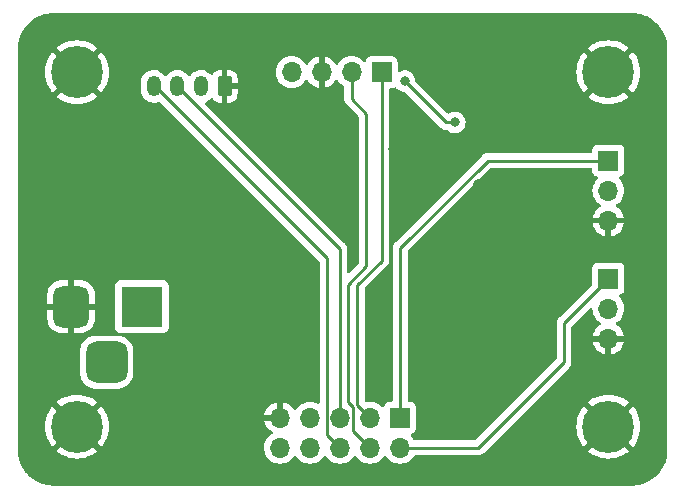
<source format=gbr>
%TF.GenerationSoftware,KiCad,Pcbnew,7.0.2-0*%
%TF.CreationDate,2023-10-31T10:36:30-04:00*%
%TF.ProjectId,WiringHarness,57697269-6e67-4486-9172-6e6573732e6b,rev?*%
%TF.SameCoordinates,Original*%
%TF.FileFunction,Copper,L2,Bot*%
%TF.FilePolarity,Positive*%
%FSLAX46Y46*%
G04 Gerber Fmt 4.6, Leading zero omitted, Abs format (unit mm)*
G04 Created by KiCad (PCBNEW 7.0.2-0) date 2023-10-31 10:36:30*
%MOMM*%
%LPD*%
G01*
G04 APERTURE LIST*
G04 Aperture macros list*
%AMRoundRect*
0 Rectangle with rounded corners*
0 $1 Rounding radius*
0 $2 $3 $4 $5 $6 $7 $8 $9 X,Y pos of 4 corners*
0 Add a 4 corners polygon primitive as box body*
4,1,4,$2,$3,$4,$5,$6,$7,$8,$9,$2,$3,0*
0 Add four circle primitives for the rounded corners*
1,1,$1+$1,$2,$3*
1,1,$1+$1,$4,$5*
1,1,$1+$1,$6,$7*
1,1,$1+$1,$8,$9*
0 Add four rect primitives between the rounded corners*
20,1,$1+$1,$2,$3,$4,$5,0*
20,1,$1+$1,$4,$5,$6,$7,0*
20,1,$1+$1,$6,$7,$8,$9,0*
20,1,$1+$1,$8,$9,$2,$3,0*%
G04 Aperture macros list end*
%TA.AperFunction,ComponentPad*%
%ADD10RoundRect,0.250000X0.350000X0.625000X-0.350000X0.625000X-0.350000X-0.625000X0.350000X-0.625000X0*%
%TD*%
%TA.AperFunction,ComponentPad*%
%ADD11O,1.200000X1.750000*%
%TD*%
%TA.AperFunction,ComponentPad*%
%ADD12R,1.700000X1.700000*%
%TD*%
%TA.AperFunction,ComponentPad*%
%ADD13O,1.700000X1.700000*%
%TD*%
%TA.AperFunction,ComponentPad*%
%ADD14C,4.400000*%
%TD*%
%TA.AperFunction,ComponentPad*%
%ADD15R,3.500000X3.500000*%
%TD*%
%TA.AperFunction,ComponentPad*%
%ADD16RoundRect,0.750000X-0.750000X-1.000000X0.750000X-1.000000X0.750000X1.000000X-0.750000X1.000000X0*%
%TD*%
%TA.AperFunction,ComponentPad*%
%ADD17RoundRect,0.875000X-0.875000X-0.875000X0.875000X-0.875000X0.875000X0.875000X-0.875000X0.875000X0*%
%TD*%
%TA.AperFunction,ViaPad*%
%ADD18C,0.800000*%
%TD*%
%TA.AperFunction,Conductor*%
%ADD19C,0.254000*%
%TD*%
G04 APERTURE END LIST*
D10*
%TO.P,J7,1,Pin_1*%
%TO.N,GND*%
X144500000Y-81950000D03*
D11*
%TO.P,J7,2,Pin_2*%
%TO.N,/IIC5V*%
X142500000Y-81950000D03*
%TO.P,J7,3,Pin_3*%
%TO.N,/D0*%
X140500000Y-81950000D03*
%TO.P,J7,4,Pin_4*%
%TO.N,/D1*%
X138500000Y-81950000D03*
%TD*%
D12*
%TO.P,J4,1,Pin_1*%
%TO.N,/ServoX*%
X159370000Y-110000000D03*
D13*
%TO.P,J4,2,Pin_2*%
%TO.N,/ServoY*%
X159370000Y-112540000D03*
%TO.P,J4,3,Pin_3*%
%TO.N,/SCL*%
X156830000Y-110000000D03*
%TO.P,J4,4,Pin_4*%
%TO.N,/SDA*%
X156830000Y-112540000D03*
%TO.P,J4,5,Pin_5*%
%TO.N,/D0*%
X154290000Y-110000000D03*
%TO.P,J4,6,Pin_6*%
%TO.N,/D1*%
X154290000Y-112540000D03*
%TO.P,J4,7,Pin_7*%
%TO.N,/Vsys*%
X151750000Y-110000000D03*
%TO.P,J4,8,Pin_8*%
%TO.N,unconnected-(J4-Pin_8-Pad8)*%
X151750000Y-112540000D03*
%TO.P,J4,9,Pin_9*%
%TO.N,GND*%
X149210000Y-110000000D03*
%TO.P,J4,10,Pin_10*%
%TO.N,unconnected-(J4-Pin_10-Pad10)*%
X149210000Y-112540000D03*
%TD*%
D12*
%TO.P,J3,1,Pin_1*%
%TO.N,/ServoY*%
X177000000Y-98225000D03*
D13*
%TO.P,J3,2,Pin_2*%
%TO.N,/VoutServo*%
X177000000Y-100765000D03*
%TO.P,J3,3,Pin_3*%
%TO.N,GND*%
X177000000Y-103305000D03*
%TD*%
D12*
%TO.P,J5,1,Pin_1*%
%TO.N,/SCL*%
X157800000Y-80750000D03*
D13*
%TO.P,J5,2,Pin_2*%
%TO.N,/SDA*%
X155260000Y-80750000D03*
%TO.P,J5,3,Pin_3*%
%TO.N,GND*%
X152720000Y-80750000D03*
%TO.P,J5,4,Pin_4*%
%TO.N,Net-(J5-Pin_4)*%
X150180000Y-80750000D03*
%TD*%
D14*
%TO.P,H2,1,1*%
%TO.N,GND*%
X177000000Y-110750000D03*
%TD*%
%TO.P,H5,1,1*%
%TO.N,GND*%
X132000000Y-80750000D03*
%TD*%
%TO.P,H3,1,1*%
%TO.N,GND*%
X132000000Y-110750000D03*
%TD*%
D12*
%TO.P,J2,1,Pin_1*%
%TO.N,/ServoX*%
X177000000Y-88225000D03*
D13*
%TO.P,J2,2,Pin_2*%
%TO.N,/VoutServo*%
X177000000Y-90765000D03*
%TO.P,J2,3,Pin_3*%
%TO.N,GND*%
X177000000Y-93305000D03*
%TD*%
D15*
%TO.P,J1,1*%
%TO.N,Net-(D1-A)*%
X137512000Y-100592500D03*
D16*
%TO.P,J1,2*%
%TO.N,GND*%
X131512000Y-100592500D03*
D17*
%TO.P,J1,3*%
%TO.N,N/C*%
X134512000Y-105292500D03*
%TD*%
D14*
%TO.P,H1,1,1*%
%TO.N,GND*%
X177000000Y-80750000D03*
%TD*%
D18*
%TO.N,GND*%
X166000000Y-90250000D03*
X167000000Y-90250000D03*
X147250000Y-94500000D03*
X141750000Y-112475000D03*
X159750000Y-87250000D03*
X158750000Y-87250000D03*
X148250000Y-94500000D03*
X169750000Y-78500000D03*
X139500000Y-112475000D03*
X168000000Y-105250000D03*
X161000000Y-100750000D03*
%TO.N,/IIC3V*%
X164000000Y-85000000D03*
X159750000Y-81500000D03*
%TD*%
D19*
%TO.N,/SCL*%
X157800000Y-80750000D02*
X157800000Y-96700000D01*
X156830000Y-110000000D02*
X155750000Y-108920000D01*
X155750000Y-108920000D02*
X155750000Y-98750000D01*
X157800000Y-96700000D02*
X155750000Y-98750000D01*
%TO.N,/SDA*%
X154946937Y-108655047D02*
X154946937Y-98750000D01*
X156830000Y-112540000D02*
X155394000Y-111104000D01*
X155394000Y-109102110D02*
X154946937Y-108655047D01*
X155260000Y-80750000D02*
X155260000Y-83010000D01*
X155260000Y-83010000D02*
X156500000Y-84250000D01*
X156500000Y-84250000D02*
X156500000Y-97196937D01*
X156500000Y-97196937D02*
X154946937Y-98750000D01*
X155394000Y-111104000D02*
X155394000Y-109102110D01*
%TO.N,/ServoX*%
X166775000Y-88225000D02*
X159370000Y-95630000D01*
X159370000Y-95630000D02*
X159370000Y-110000000D01*
X177000000Y-88225000D02*
X166775000Y-88225000D01*
%TO.N,/ServoY*%
X173250000Y-101975000D02*
X177000000Y-98225000D01*
X165960000Y-112540000D02*
X173250000Y-105250000D01*
X173250000Y-105250000D02*
X173250000Y-101975000D01*
X159370000Y-112540000D02*
X165960000Y-112540000D01*
%TO.N,/D0*%
X154238998Y-109948998D02*
X154238998Y-95688998D01*
X154238998Y-95688998D02*
X140500000Y-81950000D01*
X154290000Y-110000000D02*
X154238998Y-109948998D01*
%TO.N,/D1*%
X153186000Y-111436000D02*
X153186000Y-96500000D01*
X154290000Y-112540000D02*
X153186000Y-111436000D01*
X138636000Y-81950000D02*
X153186000Y-96500000D01*
X138500000Y-81950000D02*
X138636000Y-81950000D01*
%TO.N,/IIC3V*%
X159750000Y-81500000D02*
X163250000Y-85000000D01*
X163250000Y-85000000D02*
X164000000Y-85000000D01*
%TD*%
%TA.AperFunction,Conductor*%
%TO.N,GND*%
G36*
X179003243Y-75750669D02*
G01*
X179133628Y-75757503D01*
X179313910Y-75767628D01*
X179326309Y-75768955D01*
X179475647Y-75792608D01*
X179635321Y-75819737D01*
X179646619Y-75822205D01*
X179796693Y-75862418D01*
X179949188Y-75906351D01*
X179959253Y-75909726D01*
X180104710Y-75965562D01*
X180107599Y-75966714D01*
X180251768Y-76026430D01*
X180260594Y-76030500D01*
X180400064Y-76101565D01*
X180403748Y-76103521D01*
X180493848Y-76153316D01*
X180539548Y-76178574D01*
X180547061Y-76183081D01*
X180678754Y-76268604D01*
X180682947Y-76271452D01*
X180809147Y-76360996D01*
X180815428Y-76365759D01*
X180937567Y-76464665D01*
X180942158Y-76468571D01*
X181057424Y-76571579D01*
X181062478Y-76576358D01*
X181173640Y-76687520D01*
X181178419Y-76692574D01*
X181281427Y-76807840D01*
X181285333Y-76812431D01*
X181384239Y-76934570D01*
X181389002Y-76940851D01*
X181478546Y-77067051D01*
X181481409Y-77071266D01*
X181566907Y-77202921D01*
X181571430Y-77210460D01*
X181646477Y-77346250D01*
X181648433Y-77349934D01*
X181719498Y-77489404D01*
X181723575Y-77498247D01*
X181783259Y-77642337D01*
X181784462Y-77645353D01*
X181840265Y-77790727D01*
X181843655Y-77800836D01*
X181887579Y-77953297D01*
X181927793Y-78103379D01*
X181930262Y-78114685D01*
X181957394Y-78274369D01*
X181981040Y-78423670D01*
X181982371Y-78436108D01*
X181992509Y-78616617D01*
X181999330Y-78746756D01*
X181999500Y-78753246D01*
X181999500Y-112746753D01*
X181999330Y-112753243D01*
X181992509Y-112883382D01*
X181982372Y-113063887D01*
X181981040Y-113076331D01*
X181957394Y-113225629D01*
X181930263Y-113385308D01*
X181927791Y-113396624D01*
X181887579Y-113546701D01*
X181843653Y-113699170D01*
X181840268Y-113709263D01*
X181784462Y-113854645D01*
X181783259Y-113857661D01*
X181723575Y-114001751D01*
X181719498Y-114010594D01*
X181648433Y-114150064D01*
X181646477Y-114153748D01*
X181571430Y-114289538D01*
X181566897Y-114297094D01*
X181481412Y-114428728D01*
X181478546Y-114432947D01*
X181389002Y-114559147D01*
X181384239Y-114565428D01*
X181285333Y-114687567D01*
X181281427Y-114692158D01*
X181178419Y-114807424D01*
X181173640Y-114812478D01*
X181062478Y-114923640D01*
X181057424Y-114928419D01*
X180942158Y-115031427D01*
X180937567Y-115035333D01*
X180815428Y-115134239D01*
X180809147Y-115139002D01*
X180682947Y-115228546D01*
X180678728Y-115231412D01*
X180547094Y-115316897D01*
X180539538Y-115321430D01*
X180403748Y-115396477D01*
X180400064Y-115398433D01*
X180260594Y-115469498D01*
X180251751Y-115473575D01*
X180107661Y-115533259D01*
X180104645Y-115534462D01*
X179959271Y-115590265D01*
X179949162Y-115593655D01*
X179796702Y-115637579D01*
X179646619Y-115677793D01*
X179635313Y-115680262D01*
X179475630Y-115707394D01*
X179326328Y-115731040D01*
X179313890Y-115732371D01*
X179133382Y-115742509D01*
X179003244Y-115749330D01*
X178996754Y-115749500D01*
X130003247Y-115749500D01*
X129996757Y-115749330D01*
X129866617Y-115742509D01*
X129686111Y-115732372D01*
X129673666Y-115731040D01*
X129524369Y-115707394D01*
X129364690Y-115680263D01*
X129353374Y-115677791D01*
X129203298Y-115637579D01*
X129050828Y-115593653D01*
X129040735Y-115590268D01*
X128895353Y-115534462D01*
X128892337Y-115533259D01*
X128748247Y-115473575D01*
X128739404Y-115469498D01*
X128599934Y-115398433D01*
X128596250Y-115396477D01*
X128460460Y-115321430D01*
X128452921Y-115316907D01*
X128321266Y-115231409D01*
X128317051Y-115228546D01*
X128190851Y-115139002D01*
X128184570Y-115134239D01*
X128062431Y-115035333D01*
X128057840Y-115031427D01*
X127942574Y-114928419D01*
X127937520Y-114923640D01*
X127826358Y-114812478D01*
X127821579Y-114807424D01*
X127718571Y-114692158D01*
X127714665Y-114687567D01*
X127615759Y-114565428D01*
X127610996Y-114559147D01*
X127521452Y-114432947D01*
X127518604Y-114428754D01*
X127433081Y-114297061D01*
X127428568Y-114289538D01*
X127353521Y-114153748D01*
X127351565Y-114150064D01*
X127280500Y-114010594D01*
X127276430Y-114001768D01*
X127216714Y-113857599D01*
X127215562Y-113854710D01*
X127159729Y-113709260D01*
X127156346Y-113699170D01*
X127112414Y-113546679D01*
X127107316Y-113527652D01*
X127072202Y-113396605D01*
X127069738Y-113385323D01*
X127042601Y-113225606D01*
X127041773Y-113220376D01*
X127018956Y-113076316D01*
X127017627Y-113063890D01*
X127012807Y-112978054D01*
X127007490Y-112883382D01*
X127000669Y-112753243D01*
X127000500Y-112746755D01*
X127000500Y-110753736D01*
X129295290Y-110753736D01*
X129314560Y-111072302D01*
X129315462Y-111079732D01*
X129372990Y-111393651D01*
X129374778Y-111400907D01*
X129469729Y-111705613D01*
X129472374Y-111712589D01*
X129603362Y-112003631D01*
X129606836Y-112010251D01*
X129771945Y-112283373D01*
X129776191Y-112289525D01*
X129921477Y-112474968D01*
X131064210Y-111332234D01*
X131164894Y-111473624D01*
X131316932Y-111618592D01*
X131419222Y-111684330D01*
X130275030Y-112828521D01*
X130275030Y-112828522D01*
X130460474Y-112973808D01*
X130466626Y-112978054D01*
X130739748Y-113143163D01*
X130746368Y-113146637D01*
X131037410Y-113277625D01*
X131044386Y-113280270D01*
X131349092Y-113375221D01*
X131356348Y-113377009D01*
X131670267Y-113434537D01*
X131677697Y-113435439D01*
X131996264Y-113454709D01*
X132003736Y-113454709D01*
X132322302Y-113435439D01*
X132329732Y-113434537D01*
X132643651Y-113377009D01*
X132650907Y-113375221D01*
X132955613Y-113280270D01*
X132962589Y-113277625D01*
X133253631Y-113146637D01*
X133260251Y-113143163D01*
X133533369Y-112978057D01*
X133539524Y-112973808D01*
X133724968Y-112828522D01*
X133724968Y-112828521D01*
X132583306Y-111686859D01*
X132597410Y-111679589D01*
X132762540Y-111549729D01*
X132900110Y-111390965D01*
X132934665Y-111331113D01*
X134078521Y-112474968D01*
X134078522Y-112474968D01*
X134223808Y-112289524D01*
X134228057Y-112283369D01*
X134393163Y-112010251D01*
X134396637Y-112003631D01*
X134527625Y-111712589D01*
X134530270Y-111705613D01*
X134625221Y-111400907D01*
X134627009Y-111393651D01*
X134684537Y-111079732D01*
X134685439Y-111072302D01*
X134704709Y-110753736D01*
X134704709Y-110746263D01*
X134685439Y-110427697D01*
X134684537Y-110420267D01*
X134627009Y-110106348D01*
X134625221Y-110099092D01*
X134530270Y-109794386D01*
X134527625Y-109787410D01*
X134396637Y-109496368D01*
X134393163Y-109489748D01*
X134228054Y-109216626D01*
X134223808Y-109210474D01*
X134078521Y-109025030D01*
X132935787Y-110167763D01*
X132835106Y-110026376D01*
X132683068Y-109881408D01*
X132580777Y-109815669D01*
X133724968Y-108671477D01*
X133724968Y-108671476D01*
X133539525Y-108526191D01*
X133533373Y-108521945D01*
X133260251Y-108356836D01*
X133253631Y-108353362D01*
X132962589Y-108222374D01*
X132955613Y-108219729D01*
X132650907Y-108124778D01*
X132643651Y-108122990D01*
X132329732Y-108065462D01*
X132322302Y-108064560D01*
X132003736Y-108045291D01*
X131996264Y-108045291D01*
X131677697Y-108064560D01*
X131670267Y-108065462D01*
X131356348Y-108122990D01*
X131349092Y-108124778D01*
X131044386Y-108219729D01*
X131037410Y-108222374D01*
X130746368Y-108353362D01*
X130739748Y-108356836D01*
X130466626Y-108521945D01*
X130460474Y-108526191D01*
X130275030Y-108671476D01*
X130275030Y-108671477D01*
X131416693Y-109813140D01*
X131402590Y-109820411D01*
X131237460Y-109950271D01*
X131099890Y-110109035D01*
X131065334Y-110168886D01*
X129921477Y-109025030D01*
X129921476Y-109025030D01*
X129776191Y-109210474D01*
X129771945Y-109216626D01*
X129606836Y-109489748D01*
X129603362Y-109496368D01*
X129472374Y-109787410D01*
X129469729Y-109794386D01*
X129374778Y-110099092D01*
X129372990Y-110106348D01*
X129315462Y-110420267D01*
X129314560Y-110427697D01*
X129295290Y-110746263D01*
X129295290Y-110753736D01*
X127000500Y-110753736D01*
X127000500Y-106261122D01*
X132261500Y-106261122D01*
X132261586Y-106262747D01*
X132261587Y-106262772D01*
X132264067Y-106309459D01*
X132264067Y-106309466D01*
X132264295Y-106313741D01*
X132308755Y-106543626D01*
X132391426Y-106762690D01*
X132509930Y-106964632D01*
X132660858Y-107143642D01*
X132839868Y-107294570D01*
X133041810Y-107413074D01*
X133260874Y-107495745D01*
X133490759Y-107540205D01*
X133543378Y-107543000D01*
X133545022Y-107543000D01*
X135478978Y-107543000D01*
X135480622Y-107543000D01*
X135533241Y-107540205D01*
X135763126Y-107495745D01*
X135982190Y-107413074D01*
X136184132Y-107294570D01*
X136363142Y-107143642D01*
X136514070Y-106964632D01*
X136632574Y-106762690D01*
X136715245Y-106543626D01*
X136759705Y-106313741D01*
X136762500Y-106261122D01*
X136762500Y-104323878D01*
X136759705Y-104271259D01*
X136715245Y-104041374D01*
X136632574Y-103822310D01*
X136514070Y-103620368D01*
X136363142Y-103441358D01*
X136184132Y-103290430D01*
X135982190Y-103171926D01*
X135763126Y-103089255D01*
X135763121Y-103089254D01*
X135760475Y-103088742D01*
X135756974Y-103086934D01*
X135753251Y-103085529D01*
X135753414Y-103085095D01*
X135698395Y-103056682D01*
X135663503Y-102996148D01*
X135666876Y-102926360D01*
X135707445Y-102869475D01*
X135772328Y-102843552D01*
X135784007Y-102842999D01*
X139309872Y-102842999D01*
X139369483Y-102836591D01*
X139504331Y-102786296D01*
X139619546Y-102700046D01*
X139705796Y-102584831D01*
X139756091Y-102449983D01*
X139762500Y-102390373D01*
X139762499Y-98794628D01*
X139756091Y-98735017D01*
X139705796Y-98600169D01*
X139619546Y-98484954D01*
X139504331Y-98398704D01*
X139369483Y-98348409D01*
X139369483Y-98348408D01*
X139313166Y-98342354D01*
X139313165Y-98342353D01*
X139309873Y-98342000D01*
X139306550Y-98342000D01*
X135717439Y-98342000D01*
X135717420Y-98342000D01*
X135714128Y-98342001D01*
X135710848Y-98342353D01*
X135710840Y-98342354D01*
X135654515Y-98348409D01*
X135519669Y-98398704D01*
X135404454Y-98484954D01*
X135318204Y-98600168D01*
X135267909Y-98735016D01*
X135262195Y-98788167D01*
X135261500Y-98794627D01*
X135261500Y-98797948D01*
X135261500Y-98797949D01*
X135261500Y-102387060D01*
X135261500Y-102387078D01*
X135261501Y-102390372D01*
X135267909Y-102449983D01*
X135318204Y-102584831D01*
X135404454Y-102700046D01*
X135519669Y-102786296D01*
X135566940Y-102803927D01*
X135622873Y-102845796D01*
X135647291Y-102911261D01*
X135632440Y-102979534D01*
X135583035Y-103028940D01*
X135517033Y-103043934D01*
X135482242Y-103042086D01*
X135482240Y-103042085D01*
X135480622Y-103042000D01*
X133543378Y-103042000D01*
X133541753Y-103042086D01*
X133541727Y-103042087D01*
X133495040Y-103044567D01*
X133495031Y-103044568D01*
X133490759Y-103044795D01*
X133486561Y-103045606D01*
X133486552Y-103045608D01*
X133260877Y-103089254D01*
X133260874Y-103089254D01*
X133260874Y-103089255D01*
X133151341Y-103130590D01*
X133041807Y-103171927D01*
X132839868Y-103290430D01*
X132660858Y-103441358D01*
X132509930Y-103620368D01*
X132391427Y-103822307D01*
X132308754Y-104041377D01*
X132265108Y-104267052D01*
X132265106Y-104267061D01*
X132264295Y-104271259D01*
X132264068Y-104275531D01*
X132264067Y-104275540D01*
X132261587Y-104322227D01*
X132261586Y-104322253D01*
X132261500Y-104323878D01*
X132261500Y-106261122D01*
X127000500Y-106261122D01*
X127000500Y-100342500D01*
X129512000Y-100342500D01*
X131012000Y-100342500D01*
X131012000Y-100842500D01*
X129512001Y-100842500D01*
X129512001Y-101654244D01*
X129512192Y-101659125D01*
X129522400Y-101788831D01*
X129577377Y-102007018D01*
X129670430Y-102211879D01*
X129798565Y-102396832D01*
X129957667Y-102555934D01*
X130142620Y-102684069D01*
X130347481Y-102777122D01*
X130565668Y-102832099D01*
X130695374Y-102842308D01*
X130700254Y-102842499D01*
X131261999Y-102842499D01*
X131262000Y-102842498D01*
X131262000Y-102026186D01*
X131302156Y-102051993D01*
X131440111Y-102092500D01*
X131583889Y-102092500D01*
X131721844Y-102051993D01*
X131762000Y-102026186D01*
X131762000Y-102842499D01*
X132323744Y-102842499D01*
X132328625Y-102842307D01*
X132458331Y-102832099D01*
X132676518Y-102777122D01*
X132881379Y-102684069D01*
X133066332Y-102555934D01*
X133225434Y-102396832D01*
X133353569Y-102211879D01*
X133446622Y-102007018D01*
X133501599Y-101788831D01*
X133511808Y-101659125D01*
X133512000Y-101654245D01*
X133512000Y-100842500D01*
X132012000Y-100842500D01*
X132012000Y-100342500D01*
X133511999Y-100342500D01*
X133511999Y-99530755D01*
X133511807Y-99525874D01*
X133501599Y-99396168D01*
X133446622Y-99177981D01*
X133353569Y-98973120D01*
X133225434Y-98788167D01*
X133066332Y-98629065D01*
X132881379Y-98500930D01*
X132676518Y-98407877D01*
X132458331Y-98352900D01*
X132328625Y-98342691D01*
X132323746Y-98342500D01*
X131762000Y-98342500D01*
X131762000Y-99158813D01*
X131721844Y-99133007D01*
X131583889Y-99092500D01*
X131440111Y-99092500D01*
X131302156Y-99133007D01*
X131261999Y-99158813D01*
X131261999Y-98342500D01*
X130700255Y-98342500D01*
X130695374Y-98342692D01*
X130565668Y-98352900D01*
X130347481Y-98407877D01*
X130142620Y-98500930D01*
X129957667Y-98629065D01*
X129798565Y-98788167D01*
X129670430Y-98973120D01*
X129577377Y-99177981D01*
X129522400Y-99396168D01*
X129512191Y-99525874D01*
X129512000Y-99530754D01*
X129512000Y-100342500D01*
X127000500Y-100342500D01*
X127000500Y-80753736D01*
X129295290Y-80753736D01*
X129314560Y-81072302D01*
X129315462Y-81079732D01*
X129372990Y-81393651D01*
X129374778Y-81400907D01*
X129469729Y-81705613D01*
X129472374Y-81712589D01*
X129603362Y-82003631D01*
X129606836Y-82010251D01*
X129771945Y-82283373D01*
X129776191Y-82289525D01*
X129921477Y-82474968D01*
X131064211Y-81332235D01*
X131164894Y-81473624D01*
X131316932Y-81618592D01*
X131419222Y-81684330D01*
X130275030Y-82828521D01*
X130275030Y-82828522D01*
X130460474Y-82973808D01*
X130466626Y-82978054D01*
X130739748Y-83143163D01*
X130746368Y-83146637D01*
X131037410Y-83277625D01*
X131044386Y-83280270D01*
X131349092Y-83375221D01*
X131356348Y-83377009D01*
X131670267Y-83434537D01*
X131677697Y-83435439D01*
X131996264Y-83454709D01*
X132003736Y-83454709D01*
X132322302Y-83435439D01*
X132329732Y-83434537D01*
X132643651Y-83377009D01*
X132650907Y-83375221D01*
X132955613Y-83280270D01*
X132962589Y-83277625D01*
X133253631Y-83146637D01*
X133260251Y-83143163D01*
X133533369Y-82978057D01*
X133539524Y-82973808D01*
X133724968Y-82828522D01*
X133724968Y-82828521D01*
X132583306Y-81686859D01*
X132597410Y-81679589D01*
X132762540Y-81549729D01*
X132900110Y-81390965D01*
X132934665Y-81331112D01*
X134078521Y-82474968D01*
X134078522Y-82474968D01*
X134223808Y-82289524D01*
X134228057Y-82283369D01*
X134231650Y-82277425D01*
X137399500Y-82277425D01*
X137399779Y-82280355D01*
X137399781Y-82280380D01*
X137414471Y-82434215D01*
X137473683Y-82635873D01*
X137569990Y-82822684D01*
X137692146Y-82978016D01*
X137699908Y-82987886D01*
X137736807Y-83019859D01*
X137858745Y-83125520D01*
X138020827Y-83219098D01*
X138040756Y-83230604D01*
X138089675Y-83247535D01*
X138239366Y-83299344D01*
X138274298Y-83304366D01*
X138447398Y-83329254D01*
X138657330Y-83319254D01*
X138861576Y-83269704D01*
X138925167Y-83240662D01*
X138994321Y-83230719D01*
X139057877Y-83259743D01*
X139064357Y-83265776D01*
X152522181Y-96723600D01*
X152555666Y-96784923D01*
X152558500Y-96811281D01*
X152558500Y-108692256D01*
X152538815Y-108759295D01*
X152486011Y-108805050D01*
X152416853Y-108814994D01*
X152382096Y-108804638D01*
X152213665Y-108726097D01*
X151985407Y-108664936D01*
X151750000Y-108644340D01*
X151514592Y-108664936D01*
X151286336Y-108726097D01*
X151072170Y-108825965D01*
X150878598Y-108961505D01*
X150711508Y-109128595D01*
X150581269Y-109314596D01*
X150526692Y-109358220D01*
X150457193Y-109365413D01*
X150394839Y-109333891D01*
X150378119Y-109314595D01*
X150248109Y-109128921D01*
X150081081Y-108961893D01*
X149887576Y-108826399D01*
X149673492Y-108726569D01*
X149460000Y-108669364D01*
X149460000Y-109564498D01*
X149352315Y-109515320D01*
X149245763Y-109500000D01*
X149174237Y-109500000D01*
X149067685Y-109515320D01*
X148960000Y-109564498D01*
X148960000Y-108669364D01*
X148959999Y-108669364D01*
X148746507Y-108726569D01*
X148532421Y-108826400D01*
X148338921Y-108961890D01*
X148171890Y-109128921D01*
X148036400Y-109322421D01*
X147936569Y-109536507D01*
X147879364Y-109749999D01*
X147879364Y-109750000D01*
X148776314Y-109750000D01*
X148750507Y-109790156D01*
X148710000Y-109928111D01*
X148710000Y-110071889D01*
X148750507Y-110209844D01*
X148776314Y-110250000D01*
X147879364Y-110250000D01*
X147936569Y-110463492D01*
X148036399Y-110677576D01*
X148171893Y-110871081D01*
X148338918Y-111038106D01*
X148524595Y-111168119D01*
X148568219Y-111222696D01*
X148575412Y-111292195D01*
X148543890Y-111354549D01*
X148524595Y-111371269D01*
X148338595Y-111501508D01*
X148171505Y-111668598D01*
X148035965Y-111862170D01*
X147936097Y-112076336D01*
X147874936Y-112304592D01*
X147854340Y-112539999D01*
X147874936Y-112775407D01*
X147919709Y-112942501D01*
X147936097Y-113003663D01*
X148035965Y-113217830D01*
X148171505Y-113411401D01*
X148338599Y-113578495D01*
X148532170Y-113714035D01*
X148746337Y-113813903D01*
X148974592Y-113875063D01*
X149210000Y-113895659D01*
X149445408Y-113875063D01*
X149673663Y-113813903D01*
X149887830Y-113714035D01*
X150081401Y-113578495D01*
X150248495Y-113411401D01*
X150378426Y-113225839D01*
X150433002Y-113182216D01*
X150502500Y-113175022D01*
X150564855Y-113206545D01*
X150581571Y-113225837D01*
X150711505Y-113411401D01*
X150878599Y-113578495D01*
X151072170Y-113714035D01*
X151286337Y-113813903D01*
X151514591Y-113875063D01*
X151514592Y-113875063D01*
X151749999Y-113895659D01*
X151749999Y-113895658D01*
X151750000Y-113895659D01*
X151985408Y-113875063D01*
X152213663Y-113813903D01*
X152427830Y-113714035D01*
X152621401Y-113578495D01*
X152788495Y-113411401D01*
X152918427Y-113225838D01*
X152973001Y-113182216D01*
X153042499Y-113175022D01*
X153104854Y-113206545D01*
X153121572Y-113225838D01*
X153251505Y-113411401D01*
X153418599Y-113578495D01*
X153612170Y-113714035D01*
X153826337Y-113813903D01*
X154054592Y-113875063D01*
X154290000Y-113895659D01*
X154525408Y-113875063D01*
X154753663Y-113813903D01*
X154967830Y-113714035D01*
X155161401Y-113578495D01*
X155328495Y-113411401D01*
X155458426Y-113225839D01*
X155513002Y-113182216D01*
X155582500Y-113175022D01*
X155644855Y-113206545D01*
X155661571Y-113225837D01*
X155791505Y-113411401D01*
X155958599Y-113578495D01*
X156152170Y-113714035D01*
X156366337Y-113813903D01*
X156594592Y-113875063D01*
X156830000Y-113895659D01*
X157065408Y-113875063D01*
X157293663Y-113813903D01*
X157507830Y-113714035D01*
X157701401Y-113578495D01*
X157868495Y-113411401D01*
X157998427Y-113225838D01*
X158053001Y-113182216D01*
X158122499Y-113175022D01*
X158184854Y-113206545D01*
X158201572Y-113225838D01*
X158331505Y-113411401D01*
X158498599Y-113578495D01*
X158692170Y-113714035D01*
X158906337Y-113813903D01*
X159134592Y-113875063D01*
X159370000Y-113895659D01*
X159605408Y-113875063D01*
X159833663Y-113813903D01*
X160047830Y-113714035D01*
X160241401Y-113578495D01*
X160408495Y-113411401D01*
X160542252Y-113220375D01*
X160596829Y-113176751D01*
X160643827Y-113167500D01*
X165877034Y-113167500D01*
X165897601Y-113169770D01*
X165900475Y-113169679D01*
X165900477Y-113169680D01*
X165967918Y-113167561D01*
X165971813Y-113167500D01*
X165995574Y-113167500D01*
X165999476Y-113167500D01*
X166003482Y-113166993D01*
X166015113Y-113166077D01*
X166058943Y-113164701D01*
X166078280Y-113159082D01*
X166097321Y-113155138D01*
X166117293Y-113152616D01*
X166158055Y-113136476D01*
X166169092Y-113132698D01*
X166211191Y-113120468D01*
X166228510Y-113110224D01*
X166245994Y-113101659D01*
X166264703Y-113094253D01*
X166300168Y-113068485D01*
X166309915Y-113062081D01*
X166347656Y-113039763D01*
X166361892Y-113025526D01*
X166376679Y-113012896D01*
X166392967Y-113001063D01*
X166420904Y-112967290D01*
X166428756Y-112958661D01*
X168633681Y-110753736D01*
X174295291Y-110753736D01*
X174314560Y-111072302D01*
X174315462Y-111079732D01*
X174372990Y-111393651D01*
X174374778Y-111400907D01*
X174469729Y-111705613D01*
X174472374Y-111712589D01*
X174603362Y-112003631D01*
X174606836Y-112010251D01*
X174771945Y-112283373D01*
X174776191Y-112289525D01*
X174921477Y-112474968D01*
X176064210Y-111332234D01*
X176164894Y-111473624D01*
X176316932Y-111618592D01*
X176419222Y-111684330D01*
X175275030Y-112828521D01*
X175275030Y-112828522D01*
X175460474Y-112973808D01*
X175466626Y-112978054D01*
X175739748Y-113143163D01*
X175746368Y-113146637D01*
X176037410Y-113277625D01*
X176044386Y-113280270D01*
X176349092Y-113375221D01*
X176356348Y-113377009D01*
X176670267Y-113434537D01*
X176677697Y-113435439D01*
X176996264Y-113454709D01*
X177003736Y-113454709D01*
X177322302Y-113435439D01*
X177329732Y-113434537D01*
X177643651Y-113377009D01*
X177650907Y-113375221D01*
X177955613Y-113280270D01*
X177962589Y-113277625D01*
X178253631Y-113146637D01*
X178260251Y-113143163D01*
X178533369Y-112978057D01*
X178539524Y-112973808D01*
X178724968Y-112828522D01*
X178724968Y-112828521D01*
X177583306Y-111686859D01*
X177597410Y-111679589D01*
X177762540Y-111549729D01*
X177900110Y-111390965D01*
X177934665Y-111331112D01*
X179078521Y-112474968D01*
X179078522Y-112474968D01*
X179223808Y-112289524D01*
X179228057Y-112283369D01*
X179393163Y-112010251D01*
X179396637Y-112003631D01*
X179527625Y-111712589D01*
X179530270Y-111705613D01*
X179625221Y-111400907D01*
X179627009Y-111393651D01*
X179684537Y-111079732D01*
X179685439Y-111072302D01*
X179704709Y-110753736D01*
X179704709Y-110746263D01*
X179685439Y-110427697D01*
X179684537Y-110420267D01*
X179627009Y-110106348D01*
X179625221Y-110099092D01*
X179530270Y-109794386D01*
X179527625Y-109787410D01*
X179396637Y-109496368D01*
X179393163Y-109489748D01*
X179228054Y-109216626D01*
X179223808Y-109210474D01*
X179078521Y-109025030D01*
X177935788Y-110167763D01*
X177835106Y-110026376D01*
X177683068Y-109881408D01*
X177580777Y-109815669D01*
X178724968Y-108671477D01*
X178724968Y-108671476D01*
X178539525Y-108526191D01*
X178533373Y-108521945D01*
X178260251Y-108356836D01*
X178253631Y-108353362D01*
X177962589Y-108222374D01*
X177955613Y-108219729D01*
X177650907Y-108124778D01*
X177643651Y-108122990D01*
X177329732Y-108065462D01*
X177322302Y-108064560D01*
X177003736Y-108045291D01*
X176996264Y-108045291D01*
X176677697Y-108064560D01*
X176670267Y-108065462D01*
X176356348Y-108122990D01*
X176349092Y-108124778D01*
X176044386Y-108219729D01*
X176037410Y-108222374D01*
X175746368Y-108353362D01*
X175739748Y-108356836D01*
X175466626Y-108521945D01*
X175460474Y-108526191D01*
X175275030Y-108671476D01*
X175275030Y-108671477D01*
X176416693Y-109813140D01*
X176402590Y-109820411D01*
X176237460Y-109950271D01*
X176099890Y-110109035D01*
X176065334Y-110168887D01*
X174921477Y-109025030D01*
X174921476Y-109025030D01*
X174776191Y-109210474D01*
X174771945Y-109216626D01*
X174606836Y-109489748D01*
X174603362Y-109496368D01*
X174472374Y-109787410D01*
X174469729Y-109794386D01*
X174374778Y-110099092D01*
X174372990Y-110106348D01*
X174315462Y-110420267D01*
X174314560Y-110427697D01*
X174295291Y-110746263D01*
X174295291Y-110753736D01*
X168633681Y-110753736D01*
X173635044Y-105752373D01*
X173651190Y-105739439D01*
X173653159Y-105737341D01*
X173653162Y-105737340D01*
X173699384Y-105688117D01*
X173702001Y-105685416D01*
X173721623Y-105665796D01*
X173724086Y-105662619D01*
X173731684Y-105653720D01*
X173761693Y-105621767D01*
X173771392Y-105604122D01*
X173782071Y-105587864D01*
X173794408Y-105571962D01*
X173811815Y-105531734D01*
X173816951Y-105521251D01*
X173838072Y-105482834D01*
X173843077Y-105463340D01*
X173849383Y-105444923D01*
X173857373Y-105426460D01*
X173857372Y-105426460D01*
X173857374Y-105426458D01*
X173864231Y-105383155D01*
X173866596Y-105371736D01*
X173877500Y-105329272D01*
X173877500Y-105309141D01*
X173879027Y-105289742D01*
X173882175Y-105269867D01*
X173878050Y-105226230D01*
X173877500Y-105214561D01*
X173877500Y-102286280D01*
X173897185Y-102219241D01*
X173913814Y-102198604D01*
X175432422Y-100679995D01*
X175493743Y-100646512D01*
X175563435Y-100651496D01*
X175619368Y-100693368D01*
X175643629Y-100756870D01*
X175664936Y-101000407D01*
X175709709Y-101167501D01*
X175726097Y-101228663D01*
X175825965Y-101442830D01*
X175961505Y-101636401D01*
X176128599Y-101803495D01*
X176314596Y-101933732D01*
X176358219Y-101988307D01*
X176365412Y-102057806D01*
X176333890Y-102120160D01*
X176314595Y-102136880D01*
X176128919Y-102266892D01*
X175961890Y-102433921D01*
X175826400Y-102627421D01*
X175726569Y-102841507D01*
X175669364Y-103054999D01*
X175669364Y-103055000D01*
X176566314Y-103055000D01*
X176540507Y-103095156D01*
X176500000Y-103233111D01*
X176500000Y-103376889D01*
X176540507Y-103514844D01*
X176566314Y-103555000D01*
X175669364Y-103555000D01*
X175726569Y-103768492D01*
X175826399Y-103982576D01*
X175961893Y-104176081D01*
X176128918Y-104343106D01*
X176322423Y-104478600D01*
X176536509Y-104578430D01*
X176750000Y-104635634D01*
X176750000Y-103740501D01*
X176857685Y-103789680D01*
X176964237Y-103805000D01*
X177035763Y-103805000D01*
X177142315Y-103789680D01*
X177249999Y-103740501D01*
X177249999Y-104635633D01*
X177463490Y-104578430D01*
X177677576Y-104478600D01*
X177871081Y-104343106D01*
X178038106Y-104176081D01*
X178173600Y-103982576D01*
X178273430Y-103768492D01*
X178330636Y-103555000D01*
X177433686Y-103555000D01*
X177459493Y-103514844D01*
X177500000Y-103376889D01*
X177500000Y-103233111D01*
X177459493Y-103095156D01*
X177433686Y-103055000D01*
X178330636Y-103055000D01*
X178330635Y-103054999D01*
X178273430Y-102841507D01*
X178173599Y-102627421D01*
X178038109Y-102433921D01*
X177871081Y-102266893D01*
X177685404Y-102136880D01*
X177641780Y-102082303D01*
X177634587Y-102012804D01*
X177666109Y-101950450D01*
X177685399Y-101933734D01*
X177871401Y-101803495D01*
X178038495Y-101636401D01*
X178174035Y-101442830D01*
X178273903Y-101228663D01*
X178335063Y-101000408D01*
X178355659Y-100765000D01*
X178345728Y-100651496D01*
X178335063Y-100529592D01*
X178284932Y-100342499D01*
X178273903Y-100301337D01*
X178174035Y-100087171D01*
X178038495Y-99893599D01*
X177916569Y-99771673D01*
X177883084Y-99710350D01*
X177888068Y-99640658D01*
X177929940Y-99584725D01*
X177960915Y-99567810D01*
X178092331Y-99518796D01*
X178207546Y-99432546D01*
X178293796Y-99317331D01*
X178344091Y-99182483D01*
X178350500Y-99122873D01*
X178350499Y-97327128D01*
X178344091Y-97267517D01*
X178293796Y-97132669D01*
X178207546Y-97017454D01*
X178092331Y-96931204D01*
X177957483Y-96880909D01*
X177916103Y-96876460D01*
X177901166Y-96874854D01*
X177901165Y-96874853D01*
X177897873Y-96874500D01*
X177894550Y-96874500D01*
X176105439Y-96874500D01*
X176105420Y-96874500D01*
X176102128Y-96874501D01*
X176098848Y-96874853D01*
X176098840Y-96874854D01*
X176042515Y-96880909D01*
X175907669Y-96931204D01*
X175792454Y-97017454D01*
X175706204Y-97132668D01*
X175655910Y-97267515D01*
X175655909Y-97267517D01*
X175649500Y-97327127D01*
X175649500Y-97330449D01*
X175649500Y-98636718D01*
X175629815Y-98703757D01*
X175613181Y-98724399D01*
X172864954Y-101472625D01*
X172848806Y-101485563D01*
X172800646Y-101536847D01*
X172797941Y-101539639D01*
X172778377Y-101559204D01*
X172776003Y-101562264D01*
X172775984Y-101562286D01*
X172775879Y-101562423D01*
X172768317Y-101571274D01*
X172738306Y-101603233D01*
X172728606Y-101620877D01*
X172717928Y-101637133D01*
X172705592Y-101653036D01*
X172688185Y-101693262D01*
X172683047Y-101703750D01*
X172661927Y-101742166D01*
X172656919Y-101761670D01*
X172650619Y-101780069D01*
X172642625Y-101798542D01*
X172635769Y-101841831D01*
X172633401Y-101853267D01*
X172622500Y-101895727D01*
X172622500Y-101915858D01*
X172620973Y-101935256D01*
X172617825Y-101955131D01*
X172621950Y-101998767D01*
X172622500Y-102010437D01*
X172622500Y-104938718D01*
X172602815Y-105005757D01*
X172586181Y-105026399D01*
X165736400Y-111876181D01*
X165675077Y-111909666D01*
X165648719Y-111912500D01*
X160643826Y-111912500D01*
X160576787Y-111892815D01*
X160542251Y-111859623D01*
X160483593Y-111775850D01*
X160408495Y-111668599D01*
X160286569Y-111546673D01*
X160253084Y-111485350D01*
X160258068Y-111415658D01*
X160299940Y-111359725D01*
X160330915Y-111342810D01*
X160462331Y-111293796D01*
X160577546Y-111207546D01*
X160663796Y-111092331D01*
X160714091Y-110957483D01*
X160720500Y-110897873D01*
X160720499Y-109102128D01*
X160714091Y-109042517D01*
X160663796Y-108907669D01*
X160577546Y-108792454D01*
X160462331Y-108706204D01*
X160327483Y-108655909D01*
X160267873Y-108649500D01*
X160264551Y-108649500D01*
X160121500Y-108649500D01*
X160054461Y-108629815D01*
X160008706Y-108577011D01*
X159997500Y-108525500D01*
X159997500Y-95941280D01*
X160017185Y-95874241D01*
X160033814Y-95853604D01*
X166998600Y-88888818D01*
X167059923Y-88855334D01*
X167086281Y-88852500D01*
X175525501Y-88852500D01*
X175592540Y-88872185D01*
X175638295Y-88924989D01*
X175649501Y-88976500D01*
X175649501Y-89122872D01*
X175655909Y-89182483D01*
X175706204Y-89317331D01*
X175792454Y-89432546D01*
X175907669Y-89518796D01*
X176019907Y-89560658D01*
X176039082Y-89567810D01*
X176095016Y-89609681D01*
X176119433Y-89675146D01*
X176104581Y-89743419D01*
X176083431Y-89771673D01*
X175961503Y-89893601D01*
X175825965Y-90087170D01*
X175726097Y-90301336D01*
X175664936Y-90529592D01*
X175644340Y-90765000D01*
X175664936Y-91000407D01*
X175709709Y-91167502D01*
X175726097Y-91228663D01*
X175825965Y-91442830D01*
X175961505Y-91636401D01*
X176128599Y-91803495D01*
X176314596Y-91933732D01*
X176358219Y-91988307D01*
X176365412Y-92057806D01*
X176333890Y-92120160D01*
X176314595Y-92136880D01*
X176128919Y-92266892D01*
X175961890Y-92433921D01*
X175826400Y-92627421D01*
X175726569Y-92841507D01*
X175669364Y-93054999D01*
X175669364Y-93055000D01*
X176566314Y-93055000D01*
X176540507Y-93095156D01*
X176500000Y-93233111D01*
X176500000Y-93376889D01*
X176540507Y-93514844D01*
X176566314Y-93555000D01*
X175669364Y-93555000D01*
X175726569Y-93768492D01*
X175826399Y-93982576D01*
X175961893Y-94176081D01*
X176128918Y-94343106D01*
X176322423Y-94478600D01*
X176536509Y-94578430D01*
X176750000Y-94635634D01*
X176750000Y-93740501D01*
X176857685Y-93789680D01*
X176964237Y-93805000D01*
X177035763Y-93805000D01*
X177142315Y-93789680D01*
X177249999Y-93740501D01*
X177249999Y-94635633D01*
X177463490Y-94578430D01*
X177677576Y-94478600D01*
X177871081Y-94343106D01*
X178038106Y-94176081D01*
X178173600Y-93982576D01*
X178273430Y-93768492D01*
X178330636Y-93555000D01*
X177433686Y-93555000D01*
X177459493Y-93514844D01*
X177500000Y-93376889D01*
X177500000Y-93233111D01*
X177459493Y-93095156D01*
X177433686Y-93055000D01*
X178330636Y-93055000D01*
X178330635Y-93054999D01*
X178273430Y-92841507D01*
X178173599Y-92627421D01*
X178038109Y-92433921D01*
X177871081Y-92266893D01*
X177685404Y-92136880D01*
X177641780Y-92082303D01*
X177634587Y-92012804D01*
X177666109Y-91950450D01*
X177685399Y-91933734D01*
X177871401Y-91803495D01*
X178038495Y-91636401D01*
X178174035Y-91442830D01*
X178273903Y-91228663D01*
X178335063Y-91000408D01*
X178355659Y-90765000D01*
X178335063Y-90529592D01*
X178273903Y-90301337D01*
X178174035Y-90087171D01*
X178038495Y-89893599D01*
X177916569Y-89771673D01*
X177883084Y-89710350D01*
X177888068Y-89640658D01*
X177929940Y-89584725D01*
X177960915Y-89567810D01*
X178092331Y-89518796D01*
X178207546Y-89432546D01*
X178293796Y-89317331D01*
X178344091Y-89182483D01*
X178350500Y-89122873D01*
X178350499Y-87327128D01*
X178344091Y-87267517D01*
X178293796Y-87132669D01*
X178207546Y-87017454D01*
X178092331Y-86931204D01*
X177957483Y-86880909D01*
X177897873Y-86874500D01*
X177894550Y-86874500D01*
X176105439Y-86874500D01*
X176105420Y-86874500D01*
X176102128Y-86874501D01*
X176098848Y-86874853D01*
X176098840Y-86874854D01*
X176042515Y-86880909D01*
X175907669Y-86931204D01*
X175792454Y-87017454D01*
X175706204Y-87132668D01*
X175655910Y-87267515D01*
X175655909Y-87267517D01*
X175649500Y-87327127D01*
X175649500Y-87330449D01*
X175649500Y-87473500D01*
X175629815Y-87540539D01*
X175577011Y-87586294D01*
X175525500Y-87597500D01*
X166857966Y-87597500D01*
X166837403Y-87595229D01*
X166767095Y-87597439D01*
X166763200Y-87597500D01*
X166735524Y-87597500D01*
X166731652Y-87597988D01*
X166731635Y-87597990D01*
X166731493Y-87598008D01*
X166719874Y-87598922D01*
X166676057Y-87600299D01*
X166656724Y-87605916D01*
X166637679Y-87609860D01*
X166617707Y-87612383D01*
X166576954Y-87628518D01*
X166565907Y-87632300D01*
X166523804Y-87644532D01*
X166506476Y-87654780D01*
X166489009Y-87663337D01*
X166470298Y-87670745D01*
X166434837Y-87696509D01*
X166425077Y-87702920D01*
X166387345Y-87725235D01*
X166373107Y-87739473D01*
X166358319Y-87752103D01*
X166342033Y-87763936D01*
X166314091Y-87797711D01*
X166306230Y-87806349D01*
X158984954Y-95127625D01*
X158968806Y-95140563D01*
X158920646Y-95191847D01*
X158917941Y-95194639D01*
X158898377Y-95214204D01*
X158896003Y-95217264D01*
X158895984Y-95217286D01*
X158895879Y-95217423D01*
X158888317Y-95226274D01*
X158858306Y-95258233D01*
X158848606Y-95275877D01*
X158837928Y-95292133D01*
X158825592Y-95308036D01*
X158808185Y-95348262D01*
X158803047Y-95358750D01*
X158781927Y-95397166D01*
X158776919Y-95416670D01*
X158770619Y-95435069D01*
X158762625Y-95453542D01*
X158755769Y-95496831D01*
X158753401Y-95508267D01*
X158742500Y-95550727D01*
X158742500Y-95570858D01*
X158740973Y-95590256D01*
X158737825Y-95610131D01*
X158741950Y-95653767D01*
X158742500Y-95665437D01*
X158742500Y-108525500D01*
X158722815Y-108592539D01*
X158670011Y-108638294D01*
X158618501Y-108649500D01*
X158475439Y-108649500D01*
X158475420Y-108649500D01*
X158472128Y-108649501D01*
X158468848Y-108649853D01*
X158468840Y-108649854D01*
X158412515Y-108655909D01*
X158277669Y-108706204D01*
X158162454Y-108792454D01*
X158076204Y-108907669D01*
X158027189Y-109039083D01*
X157985317Y-109095016D01*
X157919852Y-109119433D01*
X157851580Y-109104581D01*
X157823326Y-109083430D01*
X157701404Y-108961508D01*
X157701401Y-108961505D01*
X157507830Y-108825965D01*
X157293663Y-108726097D01*
X157232502Y-108709709D01*
X157065407Y-108664936D01*
X156830000Y-108644340D01*
X156594593Y-108664936D01*
X156533593Y-108681281D01*
X156463743Y-108679618D01*
X156405881Y-108640455D01*
X156378377Y-108576226D01*
X156377500Y-108561506D01*
X156377500Y-99061280D01*
X156397185Y-98994241D01*
X156413814Y-98973604D01*
X158185044Y-97202373D01*
X158201190Y-97189439D01*
X158203159Y-97187341D01*
X158203162Y-97187340D01*
X158249384Y-97138117D01*
X158252001Y-97135416D01*
X158271623Y-97115796D01*
X158274086Y-97112619D01*
X158281684Y-97103720D01*
X158311693Y-97071767D01*
X158321392Y-97054122D01*
X158332071Y-97037864D01*
X158344408Y-97021962D01*
X158361815Y-96981734D01*
X158366951Y-96971251D01*
X158388072Y-96932834D01*
X158393077Y-96913340D01*
X158399383Y-96894923D01*
X158407373Y-96876460D01*
X158407372Y-96876460D01*
X158407374Y-96876458D01*
X158414231Y-96833155D01*
X158416596Y-96821736D01*
X158427500Y-96779272D01*
X158427500Y-96759141D01*
X158429027Y-96739742D01*
X158432175Y-96719867D01*
X158428050Y-96676230D01*
X158427500Y-96664561D01*
X158427500Y-82224499D01*
X158447185Y-82157460D01*
X158499989Y-82111705D01*
X158551500Y-82100499D01*
X158694561Y-82100499D01*
X158697872Y-82100499D01*
X158757483Y-82094091D01*
X158892331Y-82043796D01*
X158892331Y-82043795D01*
X158909037Y-82037565D01*
X158910229Y-82040761D01*
X158948085Y-82026636D01*
X159016360Y-82041479D01*
X159049098Y-82067346D01*
X159144129Y-82172888D01*
X159174486Y-82194944D01*
X159297269Y-82284151D01*
X159470197Y-82361144D01*
X159655352Y-82400500D01*
X159655354Y-82400500D01*
X159711719Y-82400500D01*
X159778758Y-82420185D01*
X159799400Y-82436819D01*
X162747624Y-85385043D01*
X162760562Y-85401192D01*
X162811846Y-85449351D01*
X162814643Y-85452062D01*
X162834204Y-85471623D01*
X162837395Y-85474098D01*
X162846280Y-85481686D01*
X162878230Y-85511691D01*
X162878232Y-85511692D01*
X162878233Y-85511693D01*
X162895878Y-85521393D01*
X162912135Y-85532072D01*
X162928038Y-85544408D01*
X162968258Y-85561812D01*
X162978749Y-85566951D01*
X163017166Y-85588072D01*
X163036675Y-85593081D01*
X163055061Y-85599376D01*
X163073541Y-85607373D01*
X163116844Y-85614231D01*
X163128247Y-85616592D01*
X163170728Y-85627500D01*
X163190865Y-85627500D01*
X163210262Y-85629026D01*
X163230133Y-85632174D01*
X163273761Y-85628049D01*
X163285429Y-85627500D01*
X163298053Y-85627500D01*
X163365092Y-85647185D01*
X163390203Y-85668528D01*
X163394129Y-85672889D01*
X163547269Y-85784151D01*
X163720197Y-85861144D01*
X163905352Y-85900500D01*
X163905354Y-85900500D01*
X164094648Y-85900500D01*
X164218083Y-85874262D01*
X164279803Y-85861144D01*
X164452730Y-85784151D01*
X164605871Y-85672888D01*
X164732533Y-85532216D01*
X164827179Y-85368284D01*
X164885674Y-85188256D01*
X164905460Y-85000000D01*
X164885674Y-84811744D01*
X164827179Y-84631716D01*
X164827179Y-84631715D01*
X164732533Y-84467783D01*
X164605870Y-84327110D01*
X164452730Y-84215848D01*
X164279802Y-84138855D01*
X164094648Y-84099500D01*
X164094646Y-84099500D01*
X163905354Y-84099500D01*
X163905352Y-84099500D01*
X163720197Y-84138855D01*
X163547271Y-84215847D01*
X163520582Y-84235238D01*
X163454775Y-84258716D01*
X163386722Y-84242889D01*
X163360018Y-84222599D01*
X160688628Y-81551209D01*
X160655143Y-81489886D01*
X160652990Y-81476506D01*
X160635674Y-81311744D01*
X160577179Y-81131716D01*
X160577179Y-81131715D01*
X160482533Y-80967783D01*
X160355870Y-80827110D01*
X160254879Y-80753736D01*
X174295291Y-80753736D01*
X174314560Y-81072302D01*
X174315462Y-81079732D01*
X174372990Y-81393651D01*
X174374778Y-81400907D01*
X174469729Y-81705613D01*
X174472374Y-81712589D01*
X174603362Y-82003631D01*
X174606836Y-82010251D01*
X174771945Y-82283373D01*
X174776191Y-82289525D01*
X174921477Y-82474968D01*
X176064210Y-81332234D01*
X176164894Y-81473624D01*
X176316932Y-81618592D01*
X176419222Y-81684330D01*
X175275030Y-82828521D01*
X175275030Y-82828522D01*
X175460474Y-82973808D01*
X175466626Y-82978054D01*
X175739748Y-83143163D01*
X175746368Y-83146637D01*
X176037410Y-83277625D01*
X176044386Y-83280270D01*
X176349092Y-83375221D01*
X176356348Y-83377009D01*
X176670267Y-83434537D01*
X176677697Y-83435439D01*
X176996264Y-83454709D01*
X177003736Y-83454709D01*
X177322302Y-83435439D01*
X177329732Y-83434537D01*
X177643651Y-83377009D01*
X177650907Y-83375221D01*
X177955613Y-83280270D01*
X177962589Y-83277625D01*
X178253631Y-83146637D01*
X178260251Y-83143163D01*
X178533369Y-82978057D01*
X178539524Y-82973808D01*
X178724968Y-82828522D01*
X178724968Y-82828521D01*
X177583306Y-81686859D01*
X177597410Y-81679589D01*
X177762540Y-81549729D01*
X177900110Y-81390965D01*
X177934665Y-81331112D01*
X179078521Y-82474968D01*
X179078522Y-82474968D01*
X179223808Y-82289524D01*
X179228057Y-82283369D01*
X179393163Y-82010251D01*
X179396637Y-82003631D01*
X179527625Y-81712589D01*
X179530270Y-81705613D01*
X179625221Y-81400907D01*
X179627009Y-81393651D01*
X179684537Y-81079732D01*
X179685439Y-81072302D01*
X179704709Y-80753736D01*
X179704709Y-80746263D01*
X179685439Y-80427697D01*
X179684537Y-80420267D01*
X179627009Y-80106348D01*
X179625221Y-80099092D01*
X179530270Y-79794386D01*
X179527625Y-79787410D01*
X179396637Y-79496368D01*
X179393163Y-79489748D01*
X179228054Y-79216626D01*
X179223808Y-79210474D01*
X179078521Y-79025030D01*
X177935788Y-80167763D01*
X177835106Y-80026376D01*
X177683068Y-79881408D01*
X177580777Y-79815669D01*
X178724968Y-78671477D01*
X178724968Y-78671476D01*
X178539525Y-78526191D01*
X178533373Y-78521945D01*
X178260251Y-78356836D01*
X178253631Y-78353362D01*
X177962589Y-78222374D01*
X177955613Y-78219729D01*
X177650907Y-78124778D01*
X177643651Y-78122990D01*
X177329732Y-78065462D01*
X177322302Y-78064560D01*
X177003736Y-78045291D01*
X176996264Y-78045291D01*
X176677697Y-78064560D01*
X176670267Y-78065462D01*
X176356348Y-78122990D01*
X176349092Y-78124778D01*
X176044386Y-78219729D01*
X176037410Y-78222374D01*
X175746368Y-78353362D01*
X175739748Y-78356836D01*
X175466626Y-78521945D01*
X175460474Y-78526191D01*
X175275030Y-78671476D01*
X175275030Y-78671477D01*
X176416693Y-79813140D01*
X176402590Y-79820411D01*
X176237460Y-79950271D01*
X176099890Y-80109035D01*
X176065334Y-80168887D01*
X174921477Y-79025030D01*
X174921476Y-79025030D01*
X174776191Y-79210474D01*
X174771945Y-79216626D01*
X174606836Y-79489748D01*
X174603362Y-79496368D01*
X174472374Y-79787410D01*
X174469729Y-79794386D01*
X174374778Y-80099092D01*
X174372990Y-80106348D01*
X174315462Y-80420267D01*
X174314560Y-80427697D01*
X174295291Y-80746263D01*
X174295291Y-80753736D01*
X160254879Y-80753736D01*
X160202730Y-80715848D01*
X160029802Y-80638855D01*
X159844648Y-80599500D01*
X159844646Y-80599500D01*
X159655354Y-80599500D01*
X159655352Y-80599500D01*
X159470197Y-80638855D01*
X159324935Y-80703531D01*
X159255685Y-80712816D01*
X159192408Y-80683188D01*
X159155195Y-80624053D01*
X159150499Y-80590252D01*
X159150499Y-79855439D01*
X159150499Y-79852128D01*
X159144091Y-79792517D01*
X159093796Y-79657669D01*
X159007546Y-79542454D01*
X158892331Y-79456204D01*
X158757483Y-79405909D01*
X158697873Y-79399500D01*
X158694550Y-79399500D01*
X156905439Y-79399500D01*
X156905420Y-79399500D01*
X156902128Y-79399501D01*
X156898848Y-79399853D01*
X156898840Y-79399854D01*
X156842515Y-79405909D01*
X156707669Y-79456204D01*
X156592454Y-79542454D01*
X156506204Y-79657669D01*
X156457189Y-79789083D01*
X156415317Y-79845016D01*
X156349852Y-79869433D01*
X156281580Y-79854581D01*
X156253326Y-79833430D01*
X156131404Y-79711508D01*
X156131401Y-79711505D01*
X155937830Y-79575965D01*
X155723663Y-79476097D01*
X155662501Y-79459709D01*
X155495407Y-79414936D01*
X155259999Y-79394340D01*
X155024592Y-79414936D01*
X154796336Y-79476097D01*
X154582170Y-79575965D01*
X154388598Y-79711505D01*
X154221508Y-79878595D01*
X154091269Y-80064596D01*
X154036692Y-80108220D01*
X153967193Y-80115413D01*
X153904839Y-80083891D01*
X153888119Y-80064595D01*
X153758109Y-79878921D01*
X153591081Y-79711893D01*
X153397576Y-79576399D01*
X153183492Y-79476569D01*
X152970000Y-79419364D01*
X152970000Y-80314498D01*
X152862315Y-80265320D01*
X152755763Y-80250000D01*
X152684237Y-80250000D01*
X152577685Y-80265320D01*
X152470000Y-80314498D01*
X152470000Y-79419364D01*
X152469999Y-79419364D01*
X152256507Y-79476569D01*
X152042421Y-79576400D01*
X151848921Y-79711890D01*
X151681893Y-79878918D01*
X151551880Y-80064596D01*
X151497303Y-80108220D01*
X151427804Y-80115413D01*
X151365450Y-80083891D01*
X151348730Y-80064595D01*
X151218494Y-79878598D01*
X151051404Y-79711508D01*
X151051401Y-79711505D01*
X150857830Y-79575965D01*
X150643663Y-79476097D01*
X150582502Y-79459709D01*
X150415407Y-79414936D01*
X150180000Y-79394340D01*
X149944592Y-79414936D01*
X149716336Y-79476097D01*
X149502170Y-79575965D01*
X149308598Y-79711505D01*
X149141505Y-79878598D01*
X149005965Y-80072170D01*
X148906097Y-80286336D01*
X148844936Y-80514592D01*
X148824340Y-80749999D01*
X148844936Y-80985407D01*
X148876593Y-81103553D01*
X148906097Y-81213663D01*
X149005965Y-81427830D01*
X149141505Y-81621401D01*
X149308599Y-81788495D01*
X149502170Y-81924035D01*
X149716337Y-82023903D01*
X149944592Y-82085063D01*
X150180000Y-82105659D01*
X150415408Y-82085063D01*
X150643663Y-82023903D01*
X150857830Y-81924035D01*
X151051401Y-81788495D01*
X151218495Y-81621401D01*
X151348732Y-81435403D01*
X151403307Y-81391780D01*
X151472805Y-81384586D01*
X151535160Y-81416109D01*
X151551880Y-81435404D01*
X151681893Y-81621081D01*
X151848918Y-81788106D01*
X152042423Y-81923600D01*
X152256509Y-82023430D01*
X152470000Y-82080634D01*
X152470000Y-81185501D01*
X152577685Y-81234680D01*
X152684237Y-81250000D01*
X152755763Y-81250000D01*
X152862315Y-81234680D01*
X152970000Y-81185501D01*
X152970000Y-82080633D01*
X153183490Y-82023430D01*
X153397576Y-81923600D01*
X153591081Y-81788106D01*
X153758109Y-81621078D01*
X153888119Y-81435405D01*
X153942696Y-81391780D01*
X154012194Y-81384586D01*
X154074549Y-81416109D01*
X154091265Y-81435400D01*
X154221505Y-81621401D01*
X154388599Y-81788495D01*
X154579624Y-81922252D01*
X154623248Y-81976828D01*
X154632500Y-82023826D01*
X154632500Y-82927033D01*
X154630229Y-82947599D01*
X154632439Y-83017917D01*
X154632500Y-83021811D01*
X154632500Y-83049476D01*
X154632988Y-83053343D01*
X154632989Y-83053354D01*
X154633007Y-83053494D01*
X154633921Y-83065118D01*
X154635298Y-83108943D01*
X154640916Y-83128278D01*
X154644861Y-83147328D01*
X154647383Y-83167293D01*
X154663519Y-83208049D01*
X154667302Y-83219098D01*
X154679530Y-83261187D01*
X154679531Y-83261189D01*
X154679532Y-83261191D01*
X154689779Y-83278517D01*
X154698338Y-83295989D01*
X154705747Y-83314705D01*
X154731511Y-83350165D01*
X154737925Y-83359929D01*
X154760237Y-83397656D01*
X154774475Y-83411894D01*
X154787108Y-83426686D01*
X154798936Y-83442966D01*
X154832705Y-83470902D01*
X154841346Y-83478765D01*
X155836181Y-84473600D01*
X155869666Y-84534923D01*
X155872500Y-84561281D01*
X155872500Y-96885656D01*
X155852815Y-96952695D01*
X155836181Y-96973337D01*
X155078179Y-97731339D01*
X155016856Y-97764824D01*
X154947164Y-97759840D01*
X154891231Y-97717968D01*
X154866814Y-97652504D01*
X154866498Y-97643658D01*
X154866498Y-95771963D01*
X154868768Y-95751399D01*
X154866559Y-95681093D01*
X154866498Y-95677198D01*
X154866498Y-95653412D01*
X154866498Y-95649522D01*
X154866010Y-95645658D01*
X154865992Y-95645514D01*
X154865074Y-95633858D01*
X154863698Y-95590055D01*
X154858080Y-95570721D01*
X154854137Y-95551680D01*
X154851614Y-95531705D01*
X154835478Y-95490951D01*
X154831695Y-95479902D01*
X154824037Y-95453542D01*
X154819466Y-95437807D01*
X154809220Y-95420483D01*
X154800659Y-95403007D01*
X154793251Y-95384295D01*
X154774691Y-95358750D01*
X154767483Y-95348830D01*
X154761072Y-95339068D01*
X154738761Y-95301342D01*
X154724528Y-95287109D01*
X154711891Y-95272314D01*
X154700061Y-95256031D01*
X154700058Y-95256029D01*
X154700058Y-95256028D01*
X154666285Y-95228088D01*
X154657645Y-95220226D01*
X142881830Y-83444411D01*
X142848345Y-83383088D01*
X142853329Y-83313396D01*
X142895201Y-83257463D01*
X142917993Y-83243938D01*
X143052753Y-83182396D01*
X143223952Y-83060486D01*
X143322108Y-82957542D01*
X143382614Y-82922609D01*
X143452405Y-82925933D01*
X143509319Y-82966461D01*
X143517387Y-82978016D01*
X143557682Y-83043344D01*
X143681654Y-83167316D01*
X143830877Y-83259357D01*
X143997303Y-83314506D01*
X144096890Y-83324680D01*
X144103168Y-83324999D01*
X144249999Y-83324999D01*
X144250000Y-83324998D01*
X144250000Y-82230617D01*
X144319052Y-82284363D01*
X144437424Y-82325000D01*
X144531073Y-82325000D01*
X144623446Y-82309586D01*
X144733514Y-82250019D01*
X144750000Y-82232110D01*
X144750000Y-83324999D01*
X144896829Y-83324999D01*
X144903111Y-83324678D01*
X145002695Y-83314506D01*
X145169122Y-83259357D01*
X145318345Y-83167316D01*
X145442316Y-83043345D01*
X145534357Y-82894122D01*
X145589506Y-82727696D01*
X145599680Y-82628109D01*
X145600000Y-82621831D01*
X145600000Y-82200000D01*
X144779560Y-82200000D01*
X144818278Y-82157941D01*
X144868551Y-82043330D01*
X144878886Y-81918605D01*
X144848163Y-81797281D01*
X144784606Y-81700000D01*
X145599999Y-81700000D01*
X145599999Y-81278170D01*
X145599678Y-81271888D01*
X145589506Y-81172304D01*
X145534357Y-81005877D01*
X145442316Y-80856654D01*
X145318345Y-80732683D01*
X145169122Y-80640642D01*
X145002696Y-80585493D01*
X144903109Y-80575319D01*
X144896832Y-80575000D01*
X144750000Y-80575000D01*
X144750000Y-81669382D01*
X144680948Y-81615637D01*
X144562576Y-81575000D01*
X144468927Y-81575000D01*
X144376554Y-81590414D01*
X144266486Y-81649981D01*
X144250000Y-81667889D01*
X144250000Y-80575000D01*
X144103171Y-80575000D01*
X144096888Y-80575321D01*
X143997304Y-80585493D01*
X143830877Y-80640642D01*
X143681654Y-80732683D01*
X143557683Y-80856654D01*
X143518513Y-80920159D01*
X143466565Y-80966883D01*
X143397602Y-80978104D01*
X143333520Y-80950261D01*
X143315505Y-80931713D01*
X143300093Y-80912115D01*
X143141254Y-80774479D01*
X142959245Y-80669396D01*
X142760633Y-80600655D01*
X142552603Y-80570746D01*
X142552602Y-80570746D01*
X142463297Y-80575000D01*
X142342669Y-80580746D01*
X142138419Y-80630297D01*
X141947247Y-80717602D01*
X141776050Y-80839512D01*
X141631011Y-80991625D01*
X141604457Y-81032943D01*
X141551652Y-81078697D01*
X141482494Y-81088640D01*
X141418939Y-81059613D01*
X141402673Y-81042554D01*
X141315505Y-80931713D01*
X141300092Y-80912114D01*
X141141256Y-80774481D01*
X141141254Y-80774479D01*
X140959245Y-80669396D01*
X140760633Y-80600655D01*
X140552603Y-80570746D01*
X140552602Y-80570746D01*
X140463297Y-80575000D01*
X140342669Y-80580746D01*
X140138419Y-80630297D01*
X139947247Y-80717602D01*
X139776050Y-80839512D01*
X139631011Y-80991625D01*
X139604457Y-81032943D01*
X139551652Y-81078697D01*
X139482494Y-81088640D01*
X139418939Y-81059613D01*
X139402673Y-81042554D01*
X139315505Y-80931713D01*
X139300092Y-80912114D01*
X139141256Y-80774481D01*
X139141254Y-80774479D01*
X138959245Y-80669396D01*
X138760633Y-80600655D01*
X138552603Y-80570746D01*
X138552602Y-80570746D01*
X138463297Y-80575000D01*
X138342669Y-80580746D01*
X138138419Y-80630297D01*
X137947247Y-80717602D01*
X137776050Y-80839512D01*
X137631013Y-80991623D01*
X137517387Y-81168425D01*
X137439274Y-81363545D01*
X137403105Y-81551209D01*
X137399500Y-81569915D01*
X137399500Y-82277425D01*
X134231650Y-82277425D01*
X134393163Y-82010251D01*
X134396637Y-82003631D01*
X134527625Y-81712589D01*
X134530270Y-81705613D01*
X134625221Y-81400907D01*
X134627009Y-81393651D01*
X134684537Y-81079732D01*
X134685439Y-81072302D01*
X134704709Y-80753736D01*
X134704709Y-80746263D01*
X134685439Y-80427697D01*
X134684537Y-80420267D01*
X134627009Y-80106348D01*
X134625221Y-80099092D01*
X134530270Y-79794386D01*
X134527625Y-79787410D01*
X134396637Y-79496368D01*
X134393163Y-79489748D01*
X134228054Y-79216626D01*
X134223808Y-79210474D01*
X134078521Y-79025030D01*
X132935787Y-80167763D01*
X132835106Y-80026376D01*
X132683068Y-79881408D01*
X132580777Y-79815669D01*
X133724968Y-78671477D01*
X133724968Y-78671476D01*
X133539525Y-78526191D01*
X133533373Y-78521945D01*
X133260251Y-78356836D01*
X133253631Y-78353362D01*
X132962589Y-78222374D01*
X132955613Y-78219729D01*
X132650907Y-78124778D01*
X132643651Y-78122990D01*
X132329732Y-78065462D01*
X132322302Y-78064560D01*
X132003736Y-78045291D01*
X131996264Y-78045291D01*
X131677697Y-78064560D01*
X131670267Y-78065462D01*
X131356348Y-78122990D01*
X131349092Y-78124778D01*
X131044386Y-78219729D01*
X131037410Y-78222374D01*
X130746368Y-78353362D01*
X130739748Y-78356836D01*
X130466626Y-78521945D01*
X130460474Y-78526191D01*
X130275030Y-78671476D01*
X130275030Y-78671477D01*
X131416693Y-79813140D01*
X131402590Y-79820411D01*
X131237460Y-79950271D01*
X131099890Y-80109035D01*
X131065334Y-80168887D01*
X129921477Y-79025030D01*
X129921476Y-79025030D01*
X129776191Y-79210474D01*
X129771945Y-79216626D01*
X129606836Y-79489748D01*
X129603362Y-79496368D01*
X129472374Y-79787410D01*
X129469729Y-79794386D01*
X129374778Y-80099092D01*
X129372990Y-80106348D01*
X129315462Y-80420267D01*
X129314560Y-80427697D01*
X129295290Y-80746263D01*
X129295290Y-80753736D01*
X127000500Y-80753736D01*
X127000500Y-78753245D01*
X127000670Y-78746755D01*
X127007490Y-78616625D01*
X127007490Y-78616617D01*
X127017628Y-78436089D01*
X127018955Y-78423692D01*
X127042611Y-78274331D01*
X127069739Y-78114669D01*
X127072206Y-78103379D01*
X127112425Y-77953279D01*
X127156353Y-77800803D01*
X127159721Y-77790759D01*
X127215583Y-77645233D01*
X127216692Y-77642452D01*
X127276439Y-77498212D01*
X127280488Y-77489429D01*
X127351569Y-77349925D01*
X127353521Y-77346250D01*
X127428588Y-77210426D01*
X127433065Y-77202962D01*
X127518633Y-77071199D01*
X127521434Y-77067077D01*
X127611010Y-76940832D01*
X127615733Y-76934603D01*
X127714702Y-76812386D01*
X127718532Y-76807885D01*
X127821613Y-76692537D01*
X127826323Y-76687556D01*
X127937556Y-76576323D01*
X127942537Y-76571613D01*
X128057885Y-76468532D01*
X128062386Y-76464702D01*
X128184603Y-76365733D01*
X128190832Y-76361010D01*
X128317077Y-76271434D01*
X128321199Y-76268633D01*
X128452962Y-76183065D01*
X128460426Y-76178588D01*
X128596255Y-76103517D01*
X128599934Y-76101565D01*
X128739429Y-76030488D01*
X128748212Y-76026439D01*
X128892452Y-75966692D01*
X128895233Y-75965583D01*
X129040753Y-75909724D01*
X129050818Y-75906349D01*
X129203292Y-75862422D01*
X129353407Y-75822198D01*
X129364672Y-75819739D01*
X129524337Y-75792610D01*
X129673688Y-75768955D01*
X129686098Y-75767627D01*
X129866566Y-75757493D01*
X129996756Y-75750669D01*
X130003245Y-75750500D01*
X178996755Y-75750500D01*
X179003243Y-75750669D01*
G37*
%TD.AperFunction*%
%TD*%
M02*

</source>
